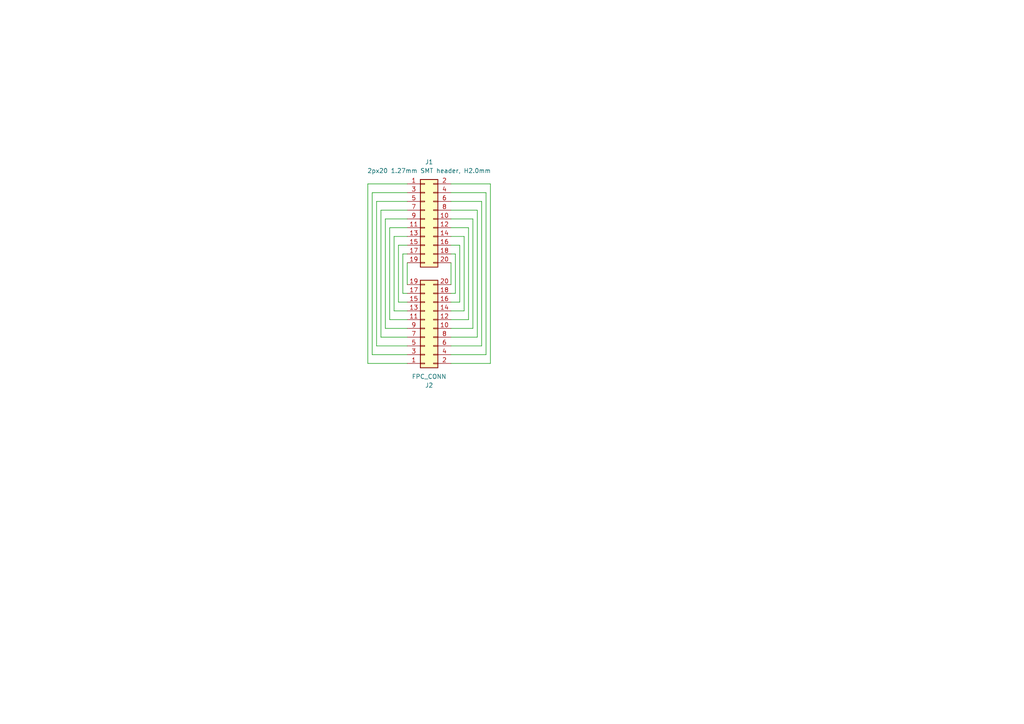
<source format=kicad_sch>
(kicad_sch (version 20250114) (generator "eeschema") (generator_version "9.0")
  (paper "A4")
  (title_block (title "Lichee-Jack Header Board") (date "2025-10-28") (rev "1.0") (company "KaliAssistant"))
  (lib_symbols
    (symbol "Connector_Generic:Conn_02x10_Odd_Even" (pin_names (offset 1.016) (hide yes))
      (property "Reference" "J" (at 1.27 12.7 0))
      (property "Value" "Conn_02x10_Odd_Even" (at 1.27 -15.24 0))
      (symbol "Conn_02x10_Odd_Even_1_1"
        (rectangle (start -1.27 11.43) (end 3.81 -13.97) (stroke (width 0.254)) (fill (type background)))
        (rectangle (start -1.27 10.287) (end 0 10.033) (stroke (width 0.1524)))
        (rectangle (start -1.27 7.747) (end 0 7.493) (stroke (width 0.1524)))
        (rectangle (start -1.27 5.207) (end 0 4.953) (stroke (width 0.1524)))
        (rectangle (start -1.27 2.667) (end 0 2.413) (stroke (width 0.1524)))
        (rectangle (start -1.27 0.127) (end 0 -0.127) (stroke (width 0.1524)))
        (rectangle (start -1.27 -2.413) (end 0 -2.667) (stroke (width 0.1524)))
        (rectangle (start -1.27 -4.953) (end 0 -5.207) (stroke (width 0.1524)))
        (rectangle (start -1.27 -7.493) (end 0 -7.747) (stroke (width 0.1524)))
        (rectangle (start -1.27 -10.033) (end 0 -10.287) (stroke (width 0.1524)))
        (rectangle (start -1.27 -12.573) (end 0 -12.827) (stroke (width 0.1524)))
        (rectangle (start 3.81 10.287) (end 2.54 10.033) (stroke (width 0.1524)))
        (rectangle (start 3.81 7.747) (end 2.54 7.493) (stroke (width 0.1524)))
        (rectangle (start 3.81 5.207) (end 2.54 4.953) (stroke (width 0.1524)))
        (rectangle (start 3.81 2.667) (end 2.54 2.413) (stroke (width 0.1524)))
        (rectangle (start 3.81 0.127) (end 2.54 -0.127) (stroke (width 0.1524)))
        (rectangle (start 3.81 -2.413) (end 2.54 -2.667) (stroke (width 0.1524)))
        (rectangle (start 3.81 -4.953) (end 2.54 -5.207) (stroke (width 0.1524)))
        (rectangle (start 3.81 -7.493) (end 2.54 -7.747) (stroke (width 0.1524)))
        (rectangle (start 3.81 -10.033) (end 2.54 -10.287) (stroke (width 0.1524)))
        (rectangle (start 3.81 -12.573) (end 2.54 -12.827) (stroke (width 0.1524)))
        (pin passive line (at -5.08 10.16 0) (length 3.81) (name "Pin_1") (number "1"))
        (pin passive line (at -5.08 7.62 0) (length 3.81) (name "Pin_3") (number "3"))
        (pin passive line (at -5.08 5.08 0) (length 3.81) (name "Pin_5") (number "5"))
        (pin passive line (at -5.08 2.54 0) (length 3.81) (name "Pin_7") (number "7"))
        (pin passive line (at -5.08 0 0) (length 3.81) (name "Pin_9") (number "9"))
        (pin passive line (at -5.08 -2.54 0) (length 3.81) (name "Pin_11") (number "11"))
        (pin passive line (at -5.08 -5.08 0) (length 3.81) (name "Pin_13") (number "13"))
        (pin passive line (at -5.08 -7.62 0) (length 3.81) (name "Pin_15") (number "15"))
        (pin passive line (at -5.08 -10.16 0) (length 3.81) (name "Pin_17") (number "17"))
        (pin passive line (at -5.08 -12.7 0) (length 3.81) (name "Pin_19") (number "19"))
        (pin passive line (at 7.62 10.16 180) (length 3.81) (name "Pin_2") (number "2"))
        (pin passive line (at 7.62 7.62 180) (length 3.81) (name "Pin_4") (number "4"))
        (pin passive line (at 7.62 5.08 180) (length 3.81) (name "Pin_6") (number "6"))
        (pin passive line (at 7.62 2.54 180) (length 3.81) (name "Pin_8") (number "8"))
        (pin passive line (at 7.62 0 180) (length 3.81) (name "Pin_10") (number "10"))
        (pin passive line (at 7.62 -2.54 180) (length 3.81) (name "Pin_12") (number "12"))
        (pin passive line (at 7.62 -5.08 180) (length 3.81) (name "Pin_14") (number "14"))
        (pin passive line (at 7.62 -7.62 180) (length 3.81) (name "Pin_16") (number "16"))
        (pin passive line (at 7.62 -10.16 180) (length 3.81) (name "Pin_18") (number "18"))
        (pin passive line (at 7.62 -12.7 180) (length 3.81) (name "Pin_20") (number "20"))
      )
    )
  )
  (wire (pts (xy 130.81 66.04) (xy 135.89 66.04)))
  (wire (pts (xy 130.81 63.5) (xy 137.16 63.5)))
  (wire (pts (xy 133.35 71.12) (xy 133.35 87.63)))
  (wire (pts (xy 115.57 87.63) (xy 115.57 71.12)))
  (wire (pts (xy 130.81 85.09) (xy 132.08 85.09)))
  (wire (pts (xy 134.62 90.17) (xy 130.81 90.17)))
  (wire (pts (xy 140.97 55.88) (xy 130.81 55.88)))
  (wire (pts (xy 110.49 97.79) (xy 110.49 60.96)))
  (wire (pts (xy 130.81 58.42) (xy 139.7 58.42)))
  (wire (pts (xy 118.11 102.87) (xy 107.95 102.87)))
  (wire (pts (xy 118.11 58.42) (xy 109.22 58.42)))
  (wire (pts (xy 130.81 53.34) (xy 142.24 53.34)))
  (wire (pts (xy 118.11 63.5) (xy 111.76 63.5)))
  (wire (pts (xy 109.22 58.42) (xy 109.22 100.33)))
  (wire (pts (xy 130.81 97.79) (xy 138.43 97.79)))
  (wire (pts (xy 116.84 73.66) (xy 116.84 85.09)))
  (wire (pts (xy 130.81 102.87) (xy 140.97 102.87)))
  (wire (pts (xy 137.16 95.25) (xy 130.81 95.25)))
  (wire (pts (xy 118.11 76.2) (xy 118.11 82.55)))
  (wire (pts (xy 134.62 68.58) (xy 134.62 90.17)))
  (wire (pts (xy 142.24 53.34) (xy 142.24 105.41)))
  (wire (pts (xy 133.35 87.63) (xy 130.81 87.63)))
  (wire (pts (xy 107.95 55.88) (xy 118.11 55.88)))
  (wire (pts (xy 130.81 68.58) (xy 134.62 68.58)))
  (wire (pts (xy 118.11 92.71) (xy 113.03 92.71)))
  (wire (pts (xy 139.7 58.42) (xy 139.7 100.33)))
  (wire (pts (xy 138.43 60.96) (xy 130.81 60.96)))
  (wire (pts (xy 138.43 97.79) (xy 138.43 60.96)))
  (wire (pts (xy 107.95 102.87) (xy 107.95 55.88)))
  (wire (pts (xy 135.89 92.71) (xy 130.81 92.71)))
  (wire (pts (xy 114.3 68.58) (xy 114.3 90.17)))
  (wire (pts (xy 132.08 73.66) (xy 132.08 85.09)))
  (wire (pts (xy 109.22 100.33) (xy 118.11 100.33)))
  (wire (pts (xy 113.03 66.04) (xy 118.11 66.04)))
  (wire (pts (xy 106.68 105.41) (xy 118.11 105.41)))
  (wire (pts (xy 118.11 87.63) (xy 115.57 87.63)))
  (wire (pts (xy 130.81 71.12) (xy 133.35 71.12)))
  (wire (pts (xy 142.24 105.41) (xy 130.81 105.41)))
  (wire (pts (xy 113.03 92.71) (xy 113.03 66.04)))
  (wire (pts (xy 118.11 68.58) (xy 114.3 68.58)))
  (wire (pts (xy 116.84 85.09) (xy 118.11 85.09)))
  (wire (pts (xy 118.11 53.34) (xy 106.68 53.34)))
  (wire (pts (xy 118.11 97.79) (xy 110.49 97.79)))
  (wire (pts (xy 111.76 95.25) (xy 118.11 95.25)))
  (wire (pts (xy 118.11 73.66) (xy 116.84 73.66)))
  (wire (pts (xy 115.57 71.12) (xy 118.11 71.12)))
  (wire (pts (xy 137.16 63.5) (xy 137.16 95.25)))
  (wire (pts (xy 130.81 73.66) (xy 132.08 73.66)))
  (wire (pts (xy 106.68 53.34) (xy 106.68 105.41)))
  (wire (pts (xy 110.49 60.96) (xy 118.11 60.96)))
  (wire (pts (xy 139.7 100.33) (xy 130.81 100.33)))
  (wire (pts (xy 114.3 90.17) (xy 118.11 90.17)))
  (wire (pts (xy 140.97 102.87) (xy 140.97 55.88)))
  (wire (pts (xy 135.89 66.04) (xy 135.89 92.71)))
  (wire (pts (xy 111.76 63.5) (xy 111.76 95.25)))
  (wire (pts (xy 130.81 76.2) (xy 130.81 82.55)))
  (symbol (lib_id "Connector_Generic:Conn_02x10_Odd_Even") (at 123.19 95.25 0) (mirror x) (unit 1)
    (property "Reference" "J2" (at 124.46 111.76 0))
    (property "Value" "FPC_CONN" (at 124.46 109.22 0))
    (property "Footprint" "CSI2GPIO_HEADER:2px10_to_fpc" (effects (hide yes)))
    (property "Description" "Generic connector, double row, 02x10, odd/even pin numbering scheme (row 1 odd numbers, row 2 even numbers), script generated (kicad-library-utils/schlib/autogen/connector/)" (effects (hide yes)))
  )
  (symbol (lib_id "Connector_Generic:Conn_02x10_Odd_Even") (at 123.19 63.5 0) (unit 1)
    (property "Reference" "J1" (at 124.46 46.99 0))
    (property "Value" "2px20 1.27mm SMT header, H2.0mm" (at 124.46 49.53 0))
    (property "Footprint" "CSI2GPIO_HEADER:2px10_SMT_1_27MM_H2_0MM" (effects (hide yes)))
    (property "Description" "Generic connector, double row, 02x10, odd/even pin numbering scheme (row 1 odd numbers, row 2 even numbers), script generated (kicad-library-utils/schlib/autogen/connector/)" (effects (hide yes)))
  )
)
</source>
